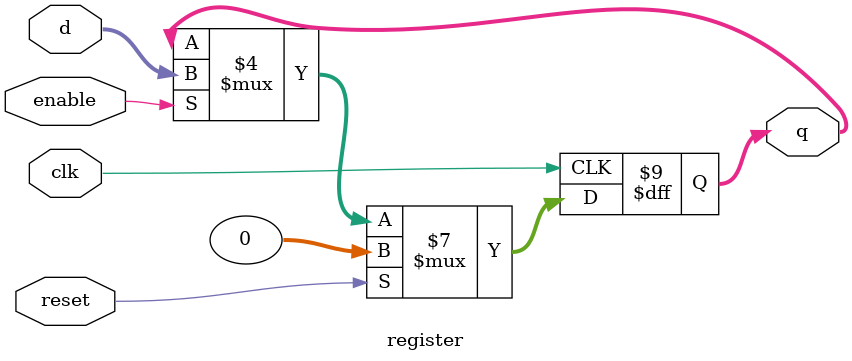
<source format=v>
module register(q, d, clk, enable, reset);

   parameter
            width = 32,
            reset_value = 0;

   output [(width-1):0] q;
   reg    [(width-1):0] q;
   input  [(width-1):0] d;
   input                clk, enable, reset;

   always@(posedge clk)
     if (reset == 1'b1)
       q <= reset_value;
     else if (enable == 1'b1)
       q <= d;

endmodule // register



</source>
